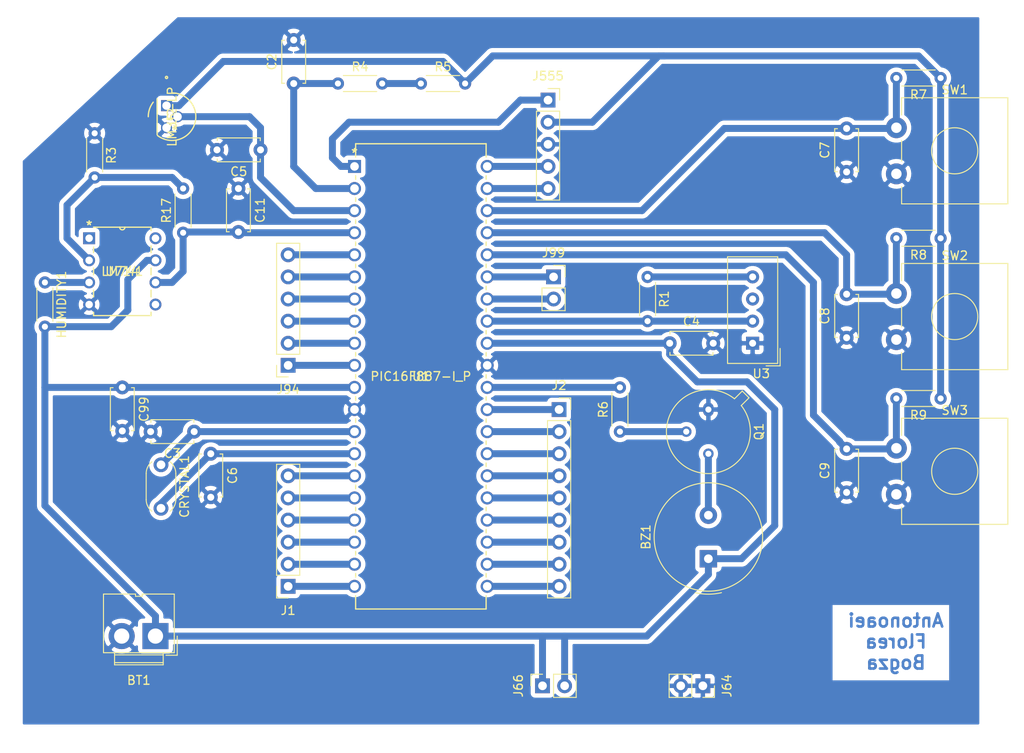
<source format=kicad_pcb>
(kicad_pcb (version 20171130) (host pcbnew "(5.1.0)-1")
  (layers (0 F.Cu signal) (31 B.Cu signal) (34 B.Paste user) (35 F.Paste user) (36 B.SilkS user) (37 F.SilkS user) (38 B.Mask user) (39 F.Mask user) (44 Edge.Cuts user))
  (net 0 "")
  (net 1 +5V)
  (net 2 "Net-(BZ1-Pad2)")
  (net 3 "Net-(C2-Pad1)")
  (net 4 GND)
  (net 5 "Net-(C3-Pad1)")
  (net 6 "Net-(C5-Pad1)")
  (net 7 "Net-(C6-Pad1)")
  (net 8 "Net-(C7-Pad2)")
  (net 9 "Net-(C8-Pad2)")
  (net 10 "Net-(C9-Pad2)")
  (net 11 "Net-(J94-Pad1)")
  (net 12 "Net-(J94-Pad2)")
  (net 13 "Net-(J94-Pad3)")
  (net 14 "Net-(J94-Pad4)")
  (net 15 "Net-(J94-Pad5)")
  (net 16 "Net-(J94-Pad6)")
  (net 17 "Net-(J99-Pad1)")
  (net 18 "Net-(J99-Pad2)")
  (net 19 "Net-(J555-Pad5)")
  (net 20 "Net-(J555-Pad4)")
  (net 21 "Net-(J555-Pad1)")
  (net 22 "Net-(Q1-Pad2)")
  (net 23 "Net-(R1-Pad2)")
  (net 24 "Net-(R4-Pad2)")
  (net 25 "Net-(R6-Pad2)")
  (net 26 "Net-(U3-Pad3)")
  (net 27 "Net-(U714-Pad1)")
  (net 28 "Net-(U714-Pad5)")
  (net 29 "Net-(U714-Pad8)")
  (net 30 "Net-(J1-Pad6)")
  (net 31 "Net-(J1-Pad5)")
  (net 32 "Net-(J1-Pad4)")
  (net 33 "Net-(J1-Pad3)")
  (net 34 "Net-(J1-Pad2)")
  (net 35 "Net-(J1-Pad1)")
  (net 36 "Net-(J2-Pad9)")
  (net 37 "Net-(J2-Pad8)")
  (net 38 "Net-(J2-Pad7)")
  (net 39 "Net-(J2-Pad6)")
  (net 40 "Net-(J2-Pad5)")
  (net 41 "Net-(J2-Pad4)")
  (net 42 "Net-(J2-Pad3)")
  (net 43 "Net-(J2-Pad2)")
  (net 44 "Net-(J2-Pad1)")
  (net 45 "Net-(C11-Pad2)")
  (net 46 "Net-(HUMIDITY1-Pad1)")
  (net 47 "Net-(R17-Pad2)")
  (module Resistor_THT:R_Axial_DIN0204_L3.6mm_D1.6mm_P5.08mm_Horizontal (layer F.Cu) (at 135.255 68.58)
    (fp_text reference R4 (at 2.54 -1.92) (layer F.SilkS))
    (fp_text value 10k)
    (pad 2 thru_hole oval (at 5.08 0) (size 1.4 1.4) (drill 0.7) (layers *.Cu *.Mask) (net 24 "Net-(R4-Pad2)"))
    (pad 1 thru_hole circle (at 0 0) (size 1.4 1.4) (drill 0.7) (layers *.Cu *.Mask) (net 3 "Net-(C2-Pad1)"))
  )
  (module Capacitor_THT:C_Disc_D4.7mm_W2.5mm_P5.00mm (layer F.Cu) (at 173.355 98.425)
    (fp_text reference C4 (at 2.5 -2.5) (layer F.SilkS))
    (fp_text value 100nF)
    (pad 2 thru_hole circle (at 5 0) (size 1.6 1.6) (drill 0.8) (layers *.Cu *.Mask) (net 4 GND))
    (pad 1 thru_hole circle (at 0 0) (size 1.6 1.6) (drill 0.8) (layers *.Cu *.Mask) (net 1 +5V))
  )
  (module Connector_PinSocket_2.54mm:PinSocket_1x05_P2.54mm_Vertical (layer F.Cu) (at 159.385 70.485)
    (fp_text reference J555 (at 0 -2.77) (layer F.SilkS))
    (fp_text value Conn_01x05_Female)
    (pad 5 thru_hole oval (at 0 10.16) (size 1.7 1.7) (drill 1) (layers *.Cu *.Mask) (net 19 "Net-(J555-Pad5)"))
    (pad 4 thru_hole oval (at 0 7.62) (size 1.7 1.7) (drill 1) (layers *.Cu *.Mask) (net 20 "Net-(J555-Pad4)"))
    (pad 3 thru_hole oval (at 0 5.08) (size 1.7 1.7) (drill 1) (layers *.Cu *.Mask) (net 4 GND))
    (pad 2 thru_hole oval (at 0 2.54) (size 1.7 1.7) (drill 1) (layers *.Cu *.Mask) (net 1 +5V))
    (pad 1 thru_hole rect (at 0 0) (size 1.7 1.7) (drill 1) (layers *.Cu *.Mask) (net 21 "Net-(J555-Pad1)"))
  )
  (module Connector_PinSocket_2.54mm:PinSocket_1x02_P2.54mm_Vertical (layer F.Cu) (at 177.165 137.795 270)
    (fp_text reference J64 (at 0 -2.77 270) (layer F.SilkS))
    (fp_text value Connector_PinSocket hide)
    (pad 2 thru_hole oval (at 0 2.54 270) (size 1.7 1.7) (drill 1) (layers *.Cu *.Mask) (net 4 GND))
    (pad 1 thru_hole rect (at 0 0 270) (size 1.7 1.7) (drill 1) (layers *.Cu *.Mask) (net 4 GND))
  )
  (module Crystal:Resonator-2Pin_W6.0mm_H3.0mm (layer F.Cu) (at 114.935 112.395 270)
    (fp_text reference CRYSTAL1 (at 2.5 -2.7 270) (layer F.SilkS))
    (fp_text value 8MHZ)
    (pad 2 thru_hole circle (at 5 0 270) (size 1.7 1.7) (drill 1) (layers *.Cu *.Mask) (net 7 "Net-(C6-Pad1)"))
    (pad 1 thru_hole circle (at 0 0 270) (size 1.7 1.7) (drill 1) (layers *.Cu *.Mask) (net 5 "Net-(C3-Pad1)"))
  )
  (module Connector_PinSocket_2.54mm:PinSocket_1x06_P2.54mm_Vertical (layer F.Cu) (at 129.54 126.365 180)
    (fp_text reference J1 (at 0 -2.77 180) (layer F.SilkS))
    (fp_text value Conn_01x06_Female)
    (pad 6 thru_hole oval (at 0 12.7 180) (size 1.7 1.7) (drill 1) (layers *.Cu *.Mask) (net 30 "Net-(J1-Pad6)"))
    (pad 5 thru_hole oval (at 0 10.16 180) (size 1.7 1.7) (drill 1) (layers *.Cu *.Mask) (net 31 "Net-(J1-Pad5)"))
    (pad 4 thru_hole oval (at 0 7.62 180) (size 1.7 1.7) (drill 1) (layers *.Cu *.Mask) (net 32 "Net-(J1-Pad4)"))
    (pad 3 thru_hole oval (at 0 5.08 180) (size 1.7 1.7) (drill 1) (layers *.Cu *.Mask) (net 33 "Net-(J1-Pad3)"))
    (pad 2 thru_hole oval (at 0 2.54 180) (size 1.7 1.7) (drill 1) (layers *.Cu *.Mask) (net 34 "Net-(J1-Pad2)"))
    (pad 1 thru_hole rect (at 0 0 180) (size 1.7 1.7) (drill 1) (layers *.Cu *.Mask) (net 35 "Net-(J1-Pad1)"))
  )
  (module Connector:JWT_A3963_1x02_P3.96mm_Vertical (layer F.Cu) (at 114.3 132.08 180)
    (fp_text reference BT1 (at 1.91 -5.08 180) (layer F.SilkS))
    (fp_text value Alimentare)
    (pad 2 thru_hole circle (at 3.88 0 180) (size 3 3) (drill 1.75) (layers *.Cu *.Mask) (net 4 GND))
    (pad 1 thru_hole rect (at 0 0 180) (size 3 3) (drill 1.75) (layers *.Cu *.Mask) (net 1 +5V))
  )
  (module Connector_PinSocket_2.54mm:PinSocket_1x06_P2.54mm_Vertical (layer F.Cu) (at 129.54 100.965 180)
    (fp_text reference J94 (at 0 -2.77 180) (layer F.SilkS))
    (fp_text value Conn_01x06_Female)
    (pad 6 thru_hole oval (at 0 12.7 180) (size 1.7 1.7) (drill 1) (layers *.Cu *.Mask) (net 16 "Net-(J94-Pad6)"))
    (pad 5 thru_hole oval (at 0 10.16 180) (size 1.7 1.7) (drill 1) (layers *.Cu *.Mask) (net 15 "Net-(J94-Pad5)"))
    (pad 4 thru_hole oval (at 0 7.62 180) (size 1.7 1.7) (drill 1) (layers *.Cu *.Mask) (net 14 "Net-(J94-Pad4)"))
    (pad 3 thru_hole oval (at 0 5.08 180) (size 1.7 1.7) (drill 1) (layers *.Cu *.Mask) (net 13 "Net-(J94-Pad3)"))
    (pad 2 thru_hole oval (at 0 2.54 180) (size 1.7 1.7) (drill 1) (layers *.Cu *.Mask) (net 12 "Net-(J94-Pad2)"))
    (pad 1 thru_hole rect (at 0 0 180) (size 1.7 1.7) (drill 1) (layers *.Cu *.Mask) (net 11 "Net-(J94-Pad1)"))
  )
  (module Connector_PinSocket_2.54mm:PinSocket_1x02_P2.54mm_Vertical (layer F.Cu) (at 160.02 90.805)
    (fp_text reference J99 (at 0 -2.77) (layer F.SilkS))
    (fp_text value Conn_01x02_Female)
    (pad 2 thru_hole oval (at 0 2.54) (size 1.7 1.7) (drill 1) (layers *.Cu *.Mask) (net 18 "Net-(J99-Pad2)"))
    (pad 1 thru_hole rect (at 0 0) (size 1.7 1.7) (drill 1) (layers *.Cu *.Mask) (net 17 "Net-(J99-Pad1)"))
  )
  (module Connector_PinSocket_2.54mm:PinSocket_1x02_P2.54mm_Vertical (layer F.Cu) (at 158.75 137.795 90)
    (fp_text reference J66 (at 0 -2.77 90) (layer F.SilkS))
    (fp_text value Conn_01x02_Female)
    (pad 2 thru_hole oval (at 0 2.54 90) (size 1.7 1.7) (drill 1) (layers *.Cu *.Mask) (net 1 +5V))
    (pad 1 thru_hole rect (at 0 0 90) (size 1.7 1.7) (drill 1) (layers *.Cu *.Mask) (net 1 +5V))
  )
  (module Capacitor_THT:C_Disc_D4.7mm_W2.5mm_P5.00mm (layer F.Cu) (at 110.49 103.505 270)
    (fp_text reference C99 (at 2.5 -2.5 270) (layer F.SilkS))
    (fp_text value 100nF)
    (pad 2 thru_hole circle (at 5 0 270) (size 1.6 1.6) (drill 0.8) (layers *.Cu *.Mask) (net 4 GND))
    (pad 1 thru_hole circle (at 0 0 270) (size 1.6 1.6) (drill 0.8) (layers *.Cu *.Mask) (net 1 +5V))
  )
  (module Connector_PinSocket_2.54mm:PinSocket_1x09_P2.54mm_Vertical (layer F.Cu) (at 160.655 106.045)
    (fp_text reference J2 (at 0 -2.77) (layer F.SilkS))
    (fp_text value Conn_01x09_Female)
    (pad 9 thru_hole oval (at 0 20.32) (size 1.7 1.7) (drill 1) (layers *.Cu *.Mask) (net 36 "Net-(J2-Pad9)"))
    (pad 8 thru_hole oval (at 0 17.78) (size 1.7 1.7) (drill 1) (layers *.Cu *.Mask) (net 37 "Net-(J2-Pad8)"))
    (pad 7 thru_hole oval (at 0 15.24) (size 1.7 1.7) (drill 1) (layers *.Cu *.Mask) (net 38 "Net-(J2-Pad7)"))
    (pad 6 thru_hole oval (at 0 12.7) (size 1.7 1.7) (drill 1) (layers *.Cu *.Mask) (net 39 "Net-(J2-Pad6)"))
    (pad 5 thru_hole oval (at 0 10.16) (size 1.7 1.7) (drill 1) (layers *.Cu *.Mask) (net 40 "Net-(J2-Pad5)"))
    (pad 4 thru_hole oval (at 0 7.62) (size 1.7 1.7) (drill 1) (layers *.Cu *.Mask) (net 41 "Net-(J2-Pad4)"))
    (pad 3 thru_hole oval (at 0 5.08) (size 1.7 1.7) (drill 1) (layers *.Cu *.Mask) (net 42 "Net-(J2-Pad3)"))
    (pad 2 thru_hole oval (at 0 2.54) (size 1.7 1.7) (drill 1) (layers *.Cu *.Mask) (net 43 "Net-(J2-Pad2)"))
    (pad 1 thru_hole rect (at 0 0) (size 1.7 1.7) (drill 1) (layers *.Cu *.Mask) (net 44 "Net-(J2-Pad1)"))
  )
  (module Sensor:Aosong_DHT11_5.5x12.0_P2.54mm (layer F.Cu) (at 182.88 98.425 180)
    (fp_text reference U3 (at -1 -3.5 180) (layer F.SilkS))
    (fp_text value DHT11)
    (pad 1 thru_hole rect (at 0 0 180) (size 1.5 1.5) (drill 0.8) (layers *.Cu *.Mask) (net 4 GND))
    (pad 2 thru_hole circle (at 0 2.54 180) (size 1.5 1.5) (drill 0.8) (layers *.Cu *.Mask) (net 23 "Net-(R1-Pad2)"))
    (pad 3 thru_hole circle (at 0 5.08 180) (size 1.5 1.5) (drill 0.8) (layers *.Cu *.Mask) (net 26 "Net-(U3-Pad3)"))
    (pad 4 thru_hole circle (at 0 7.62 180) (size 1.5 1.5) (drill 0.8) (layers *.Cu *.Mask) (net 1 +5V))
  )
  (module Buzzer_Beeper:Buzzer_TDK_PS1240P02BT_D12.2mm_H6.5mm (layer F.Cu) (at 177.8 123.19 90)
    (fp_text reference BZ1 (at 2.5 -7.17 90) (layer F.SilkS))
    (fp_text value Buzzer)
    (pad 1 thru_hole rect (at 0 0 90) (size 2 2) (drill 1) (layers *.Cu *.Mask) (net 1 +5V))
    (pad 2 thru_hole circle (at 5 0 90) (size 2 2) (drill 1) (layers *.Cu *.Mask) (net 2 "Net-(BZ1-Pad2)"))
  )
  (module Resistor_THT:R_Axial_DIN0204_L3.6mm_D1.6mm_P5.08mm_Horizontal (layer F.Cu) (at 144.78 68.58)
    (fp_text reference R5 (at 2.54 -1.92) (layer F.SilkS))
    (fp_text value R_PHOTO)
    (pad 2 thru_hole oval (at 5.08 0) (size 1.4 1.4) (drill 0.7) (layers *.Cu *.Mask) (net 1 +5V))
    (pad 1 thru_hole circle (at 0 0) (size 1.4 1.4) (drill 0.7) (layers *.Cu *.Mask) (net 24 "Net-(R4-Pad2)"))
  )
  (module Capacitor_THT:C_Disc_D4.7mm_W2.5mm_P5.00mm (layer F.Cu) (at 123.825 80.645 270)
    (fp_text reference C11 (at 2.5 -2.5 270) (layer F.SilkS))
    (fp_text value 1uF)
    (pad 2 thru_hole circle (at 5 0 270) (size 1.6 1.6) (drill 0.8) (layers *.Cu *.Mask) (net 45 "Net-(C11-Pad2)"))
    (pad 1 thru_hole circle (at 0 0 270) (size 1.6 1.6) (drill 0.8) (layers *.Cu *.Mask) (net 4 GND))
  )
  (module Capacitor_THT:C_Disc_D4.7mm_W2.5mm_P5.00mm (layer F.Cu) (at 193.675 115.57 90)
    (fp_text reference C9 (at 2.5 -2.5 90) (layer F.SilkS))
    (fp_text value 22pF)
    (pad 2 thru_hole circle (at 5 0 90) (size 1.6 1.6) (drill 0.8) (layers *.Cu *.Mask) (net 10 "Net-(C9-Pad2)"))
    (pad 1 thru_hole circle (at 0 0 90) (size 1.6 1.6) (drill 0.8) (layers *.Cu *.Mask) (net 4 GND))
  )
  (module Capacitor_THT:C_Disc_D4.7mm_W2.5mm_P5.00mm (layer F.Cu) (at 193.675 97.79 90)
    (fp_text reference C8 (at 2.5 -2.5 90) (layer F.SilkS))
    (fp_text value 22pF)
    (pad 2 thru_hole circle (at 5 0 90) (size 1.6 1.6) (drill 0.8) (layers *.Cu *.Mask) (net 9 "Net-(C8-Pad2)"))
    (pad 1 thru_hole circle (at 0 0 90) (size 1.6 1.6) (drill 0.8) (layers *.Cu *.Mask) (net 4 GND))
  )
  (module Capacitor_THT:C_Disc_D4.7mm_W2.5mm_P5.00mm (layer F.Cu) (at 120.65 111.125 270)
    (fp_text reference C6 (at 2.5 -2.5 270) (layer F.SilkS))
    (fp_text value 22pF)
    (pad 2 thru_hole circle (at 5 0 270) (size 1.6 1.6) (drill 0.8) (layers *.Cu *.Mask) (net 4 GND))
    (pad 1 thru_hole circle (at 0 0 270) (size 1.6 1.6) (drill 0.8) (layers *.Cu *.Mask) (net 7 "Net-(C6-Pad1)"))
  )
  (module Capacitor_THT:C_Disc_D4.7mm_W2.5mm_P5.00mm (layer F.Cu) (at 126.365 76.2 180)
    (fp_text reference C5 (at 2.5 -2.5 180) (layer F.SilkS))
    (fp_text value 22pF)
    (pad 2 thru_hole circle (at 5 0 180) (size 1.6 1.6) (drill 0.8) (layers *.Cu *.Mask) (net 4 GND))
    (pad 1 thru_hole circle (at 0 0 180) (size 1.6 1.6) (drill 0.8) (layers *.Cu *.Mask) (net 6 "Net-(C5-Pad1)"))
  )
  (module Capacitor_THT:C_Disc_D4.7mm_W2.5mm_P5.00mm (layer F.Cu) (at 118.745 108.585 180)
    (fp_text reference C3 (at 2.5 -2.5 180) (layer F.SilkS))
    (fp_text value 22pF)
    (pad 2 thru_hole circle (at 5 0 180) (size 1.6 1.6) (drill 0.8) (layers *.Cu *.Mask) (net 4 GND))
    (pad 1 thru_hole circle (at 0 0 180) (size 1.6 1.6) (drill 0.8) (layers *.Cu *.Mask) (net 5 "Net-(C3-Pad1)"))
  )
  (module Capacitor_THT:C_Disc_D4.7mm_W2.5mm_P5.00mm (layer F.Cu) (at 130.175 68.58 90)
    (fp_text reference C2 (at 2.5 -2.5 90) (layer F.SilkS))
    (fp_text value 22pF)
    (pad 2 thru_hole circle (at 5 0 90) (size 1.6 1.6) (drill 0.8) (layers *.Cu *.Mask) (net 4 GND))
    (pad 1 thru_hole circle (at 0 0 90) (size 1.6 1.6) (drill 0.8) (layers *.Cu *.Mask) (net 3 "Net-(C2-Pad1)"))
  )
  (module Button_Switch_THT:SW_CW_GPTS203211B (layer F.Cu) (at 199.39 110.49)
    (fp_text reference SW3 (at 6.7 -4.35) (layer F.SilkS))
    (fp_text value SW_Push)
    (pad 2 thru_hole circle (at 0 5.3) (size 2.4 2.4) (drill 1.2) (layers *.Cu *.Mask) (net 4 GND))
    (pad 1 thru_hole circle (at 0 0) (size 2.4 2.4) (drill 1.2) (layers *.Cu *.Mask) (net 10 "Net-(C9-Pad2)"))
  )
  (module Button_Switch_THT:SW_CW_GPTS203211B (layer F.Cu) (at 199.39 92.71)
    (fp_text reference SW2 (at 6.7 -4.35) (layer F.SilkS))
    (fp_text value SW_Push)
    (pad 2 thru_hole circle (at 0 5.3) (size 2.4 2.4) (drill 1.2) (layers *.Cu *.Mask) (net 4 GND))
    (pad 1 thru_hole circle (at 0 0) (size 2.4 2.4) (drill 1.2) (layers *.Cu *.Mask) (net 9 "Net-(C8-Pad2)"))
  )
  (module Button_Switch_THT:SW_CW_GPTS203211B (layer F.Cu) (at 199.39 73.66)
    (fp_text reference SW1 (at 6.7 -4.35) (layer F.SilkS))
    (fp_text value SW_Push)
    (pad 2 thru_hole circle (at 0 5.3) (size 2.4 2.4) (drill 1.2) (layers *.Cu *.Mask) (net 4 GND))
    (pad 1 thru_hole circle (at 0 0) (size 2.4 2.4) (drill 1.2) (layers *.Cu *.Mask) (net 8 "Net-(C7-Pad2)"))
  )
  (module Resistor_THT:R_Axial_DIN0204_L3.6mm_D1.6mm_P5.08mm_Horizontal (layer F.Cu) (at 101.6 91.44 270)
    (fp_text reference HUMIDITY1 (at 2.54 -1.92 270) (layer F.SilkS))
    (fp_text value 10k)
    (pad 2 thru_hole oval (at 5.08 0 270) (size 1.4 1.4) (drill 0.7) (layers *.Cu *.Mask) (net 1 +5V))
    (pad 1 thru_hole circle (at 0 0 270) (size 1.4 1.4) (drill 0.7) (layers *.Cu *.Mask) (net 46 "Net-(HUMIDITY1-Pad1)"))
  )
  (module Resistor_THT:R_Axial_DIN0204_L3.6mm_D1.6mm_P5.08mm_Horizontal (layer F.Cu) (at 117.475 85.725 90)
    (fp_text reference R17 (at 2.54 -1.92 90) (layer F.SilkS))
    (fp_text value 10k)
    (pad 2 thru_hole oval (at 5.08 0 90) (size 1.4 1.4) (drill 0.7) (layers *.Cu *.Mask) (net 47 "Net-(R17-Pad2)"))
    (pad 1 thru_hole circle (at 0 0 90) (size 1.4 1.4) (drill 0.7) (layers *.Cu *.Mask) (net 45 "Net-(C11-Pad2)"))
  )
  (module Resistor_THT:R_Axial_DIN0204_L3.6mm_D1.6mm_P5.08mm_Horizontal (layer F.Cu) (at 204.47 104.775 180)
    (fp_text reference R9 (at 2.54 -1.92 180) (layer F.SilkS))
    (fp_text value 10k)
    (pad 2 thru_hole oval (at 5.08 0 180) (size 1.4 1.4) (drill 0.7) (layers *.Cu *.Mask) (net 10 "Net-(C9-Pad2)"))
    (pad 1 thru_hole circle (at 0 0 180) (size 1.4 1.4) (drill 0.7) (layers *.Cu *.Mask) (net 1 +5V))
  )
  (module Resistor_THT:R_Axial_DIN0204_L3.6mm_D1.6mm_P5.08mm_Horizontal (layer F.Cu) (at 204.47 86.36 180)
    (fp_text reference R8 (at 2.54 -1.92 180) (layer F.SilkS))
    (fp_text value 10k)
    (pad 2 thru_hole oval (at 5.08 0 180) (size 1.4 1.4) (drill 0.7) (layers *.Cu *.Mask) (net 9 "Net-(C8-Pad2)"))
    (pad 1 thru_hole circle (at 0 0 180) (size 1.4 1.4) (drill 0.7) (layers *.Cu *.Mask) (net 1 +5V))
  )
  (module Resistor_THT:R_Axial_DIN0204_L3.6mm_D1.6mm_P5.08mm_Horizontal (layer F.Cu) (at 204.47 67.945 180)
    (fp_text reference R7 (at 2.54 -1.92 180) (layer F.SilkS))
    (fp_text value 10k)
    (pad 2 thru_hole oval (at 5.08 0 180) (size 1.4 1.4) (drill 0.7) (layers *.Cu *.Mask) (net 8 "Net-(C7-Pad2)"))
    (pad 1 thru_hole circle (at 0 0 180) (size 1.4 1.4) (drill 0.7) (layers *.Cu *.Mask) (net 1 +5V))
  )
  (module Resistor_THT:R_Axial_DIN0204_L3.6mm_D1.6mm_P5.08mm_Horizontal (layer F.Cu) (at 167.64 108.585 90)
    (fp_text reference R6 (at 2.54 -1.92 90) (layer F.SilkS))
    (fp_text value 10k)
    (pad 2 thru_hole oval (at 5.08 0 90) (size 1.4 1.4) (drill 0.7) (layers *.Cu *.Mask) (net 25 "Net-(R6-Pad2)"))
    (pad 1 thru_hole circle (at 0 0 90) (size 1.4 1.4) (drill 0.7) (layers *.Cu *.Mask) (net 22 "Net-(Q1-Pad2)"))
  )
  (module Resistor_THT:R_Axial_DIN0204_L3.6mm_D1.6mm_P5.08mm_Horizontal (layer F.Cu) (at 107.315 74.295 270)
    (fp_text reference R3 (at 2.54 -1.92 270) (layer F.SilkS))
    (fp_text value 10K)
    (pad 2 thru_hole oval (at 5.08 0 270) (size 1.4 1.4) (drill 0.7) (layers *.Cu *.Mask) (net 47 "Net-(R17-Pad2)"))
    (pad 1 thru_hole circle (at 0 0 270) (size 1.4 1.4) (drill 0.7) (layers *.Cu *.Mask) (net 4 GND))
  )
  (module Resistor_THT:R_Axial_DIN0204_L3.6mm_D1.6mm_P5.08mm_Horizontal (layer F.Cu) (at 170.815 90.805 270)
    (fp_text reference R1 (at 2.54 -1.92 270) (layer F.SilkS))
    (fp_text value 10k)
    (pad 2 thru_hole oval (at 5.08 0 270) (size 1.4 1.4) (drill 0.7) (layers *.Cu *.Mask) (net 23 "Net-(R1-Pad2)"))
    (pad 1 thru_hole circle (at 0 0 270) (size 1.4 1.4) (drill 0.7) (layers *.Cu *.Mask) (net 1 +5V))
  )
  (module Capacitor_THT:C_Disc_D4.7mm_W2.5mm_P5.00mm (layer F.Cu) (at 193.675 78.74 90)
    (fp_text reference C7 (at 2.5 -2.5 90) (layer F.SilkS))
    (fp_text value 22pF)
    (pad 2 thru_hole circle (at 5 0 90) (size 1.6 1.6) (drill 0.8) (layers *.Cu *.Mask) (net 8 "Net-(C7-Pad2)"))
    (pad 1 thru_hole circle (at 0 0 90) (size 1.6 1.6) (drill 0.8) (layers *.Cu *.Mask) (net 4 GND))
  )
  (module Package_TO_SOT_THT:TO-39-3 (layer F.Cu) (at 177.8 106.045 270)
    (fp_text reference Q1 (at 2.54 -5.82 270) (layer F.SilkS))
    (fp_text value 2N2219)
    (pad 1 thru_hole oval (at 0 0 270) (size 1.6 1.2) (drill 0.7) (layers *.Cu *.Mask) (net 4 GND))
    (pad 2 thru_hole oval (at 2.54 2.54 270) (size 1.2 1.2) (drill 0.7) (layers *.Cu *.Mask) (net 22 "Net-(Q1-Pad2)"))
    (pad 3 thru_hole oval (at 5.08 0 270) (size 1.2 1.2) (drill 0.7) (layers *.Cu *.Mask) (net 2 "Net-(BZ1-Pad2)"))
  )
  (module UA741footprints:UA741CP (layer F.Cu) (at 114.3 93.98)
    (fp_text reference U714 (at -3.81 -3.81) (layer F.SilkS))
    (fp_text value LM741 (at -3.81 -3.81) (layer F.SilkS))
    (fp_text user * (at -7.62 -9.0678) (layer F.SilkS))
    (fp_text user * (at -7.62 -9.0678) (layer F.SilkS))
    (pad 1 thru_hole rect (at -7.62 -7.62) (size 1.3716 1.3716) (drill 0.8636) (layers *.Cu *.Mask) (net 27 "Net-(U714-Pad1)"))
    (pad 2 thru_hole circle (at -7.62 -5.08) (size 1.3716 1.3716) (drill 0.8636) (layers *.Cu *.Mask) (net 47 "Net-(R17-Pad2)"))
    (pad 3 thru_hole circle (at -7.62 -2.54) (size 1.3716 1.3716) (drill 0.8636) (layers *.Cu *.Mask) (net 46 "Net-(HUMIDITY1-Pad1)"))
    (pad 4 thru_hole circle (at -7.62 0) (size 1.3716 1.3716) (drill 0.8636) (layers *.Cu *.Mask) (net 4 GND))
    (pad 5 thru_hole circle (at 0 0) (size 1.3716 1.3716) (drill 0.8636) (layers *.Cu *.Mask) (net 28 "Net-(U714-Pad5)"))
    (pad 6 thru_hole circle (at 0 -2.54) (size 1.3716 1.3716) (drill 0.8636) (layers *.Cu *.Mask) (net 45 "Net-(C11-Pad2)"))
    (pad 7 thru_hole circle (at 0 -5.08) (size 1.3716 1.3716) (drill 0.8636) (layers *.Cu *.Mask) (net 1 +5V))
    (pad 8 thru_hole circle (at 0 -7.62) (size 1.3716 1.3716) (drill 0.8636) (layers *.Cu *.Mask) (net 29 "Net-(U714-Pad8)"))
  )
  (module footprints:PIC16F887-I&slash_P (layer F.Cu) (at 137.16 78.105)
    (fp_text reference U1 (at 7.62 24.13) (layer F.SilkS))
    (fp_text value PIC16F887-I_P (at 7.62 24.13) (layer F.SilkS))
    (fp_text user * (at 0 -1.5113) (layer F.SilkS))
    (fp_text user * (at 0 -1.5113) (layer F.SilkS))
    (pad 1 thru_hole rect (at 0 0) (size 1.4986 1.4986) (drill 0.9906) (layers *.Cu *.Mask) (net 21 "Net-(J555-Pad1)"))
    (pad 2 thru_hole circle (at 0 2.54) (size 1.4986 1.4986) (drill 0.9906) (layers *.Cu *.Mask) (net 3 "Net-(C2-Pad1)"))
    (pad 3 thru_hole circle (at 0 5.08) (size 1.4986 1.4986) (drill 0.9906) (layers *.Cu *.Mask) (net 6 "Net-(C5-Pad1)"))
    (pad 4 thru_hole circle (at 0 7.62) (size 1.4986 1.4986) (drill 0.9906) (layers *.Cu *.Mask) (net 45 "Net-(C11-Pad2)"))
    (pad 5 thru_hole circle (at 0 10.16) (size 1.4986 1.4986) (drill 0.9906) (layers *.Cu *.Mask) (net 16 "Net-(J94-Pad6)"))
    (pad 6 thru_hole circle (at 0 12.7) (size 1.4986 1.4986) (drill 0.9906) (layers *.Cu *.Mask) (net 15 "Net-(J94-Pad5)"))
    (pad 7 thru_hole circle (at 0 15.24) (size 1.4986 1.4986) (drill 0.9906) (layers *.Cu *.Mask) (net 14 "Net-(J94-Pad4)"))
    (pad 8 thru_hole circle (at 0 17.78) (size 1.4986 1.4986) (drill 0.9906) (layers *.Cu *.Mask) (net 13 "Net-(J94-Pad3)"))
    (pad 9 thru_hole circle (at 0 20.32) (size 1.4986 1.4986) (drill 0.9906) (layers *.Cu *.Mask) (net 12 "Net-(J94-Pad2)"))
    (pad 10 thru_hole circle (at 0 22.86) (size 1.4986 1.4986) (drill 0.9906) (layers *.Cu *.Mask) (net 11 "Net-(J94-Pad1)"))
    (pad 11 thru_hole circle (at 0 25.4) (size 1.4986 1.4986) (drill 0.9906) (layers *.Cu *.Mask) (net 1 +5V))
    (pad 12 thru_hole circle (at 0 27.94) (size 1.4986 1.4986) (drill 0.9906) (layers *.Cu *.Mask) (net 4 GND))
    (pad 13 thru_hole circle (at 0 30.48) (size 1.4986 1.4986) (drill 0.9906) (layers *.Cu *.Mask) (net 5 "Net-(C3-Pad1)"))
    (pad 14 thru_hole circle (at 0 33.02) (size 1.4986 1.4986) (drill 0.9906) (layers *.Cu *.Mask) (net 7 "Net-(C6-Pad1)"))
    (pad 15 thru_hole circle (at 0 35.56) (size 1.4986 1.4986) (drill 0.9906) (layers *.Cu *.Mask) (net 30 "Net-(J1-Pad6)"))
    (pad 16 thru_hole circle (at 0 38.1) (size 1.4986 1.4986) (drill 0.9906) (layers *.Cu *.Mask) (net 31 "Net-(J1-Pad5)"))
    (pad 17 thru_hole circle (at 0 40.64) (size 1.4986 1.4986) (drill 0.9906) (layers *.Cu *.Mask) (net 32 "Net-(J1-Pad4)"))
    (pad 18 thru_hole circle (at 0 43.18) (size 1.4986 1.4986) (drill 0.9906) (layers *.Cu *.Mask) (net 33 "Net-(J1-Pad3)"))
    (pad 19 thru_hole circle (at 0 45.72) (size 1.4986 1.4986) (drill 0.9906) (layers *.Cu *.Mask) (net 34 "Net-(J1-Pad2)"))
    (pad 20 thru_hole circle (at 0 48.26) (size 1.4986 1.4986) (drill 0.9906) (layers *.Cu *.Mask) (net 35 "Net-(J1-Pad1)"))
    (pad 21 thru_hole circle (at 15.24 48.26) (size 1.4986 1.4986) (drill 0.9906) (layers *.Cu *.Mask) (net 36 "Net-(J2-Pad9)"))
    (pad 22 thru_hole circle (at 15.24 45.72) (size 1.4986 1.4986) (drill 0.9906) (layers *.Cu *.Mask) (net 37 "Net-(J2-Pad8)"))
    (pad 23 thru_hole circle (at 15.24 43.18) (size 1.4986 1.4986) (drill 0.9906) (layers *.Cu *.Mask) (net 38 "Net-(J2-Pad7)"))
    (pad 24 thru_hole circle (at 15.24 40.64) (size 1.4986 1.4986) (drill 0.9906) (layers *.Cu *.Mask) (net 39 "Net-(J2-Pad6)"))
    (pad 25 thru_hole circle (at 15.24 38.1) (size 1.4986 1.4986) (drill 0.9906) (layers *.Cu *.Mask) (net 40 "Net-(J2-Pad5)"))
    (pad 26 thru_hole circle (at 15.24 35.56) (size 1.4986 1.4986) (drill 0.9906) (layers *.Cu *.Mask) (net 41 "Net-(J2-Pad4)"))
    (pad 27 thru_hole circle (at 15.24 33.02) (size 1.4986 1.4986) (drill 0.9906) (layers *.Cu *.Mask) (net 42 "Net-(J2-Pad3)"))
    (pad 28 thru_hole circle (at 15.24 30.48) (size 1.4986 1.4986) (drill 0.9906) (layers *.Cu *.Mask) (net 43 "Net-(J2-Pad2)"))
    (pad 29 thru_hole circle (at 15.24 27.94) (size 1.4986 1.4986) (drill 0.9906) (layers *.Cu *.Mask) (net 44 "Net-(J2-Pad1)"))
    (pad 30 thru_hole circle (at 15.24 25.4) (size 1.4986 1.4986) (drill 0.9906) (layers *.Cu *.Mask) (net 25 "Net-(R6-Pad2)"))
    (pad 31 thru_hole circle (at 15.24 22.86) (size 1.4986 1.4986) (drill 0.9906) (layers *.Cu *.Mask) (net 4 GND))
    (pad 32 thru_hole circle (at 15.24 20.32) (size 1.4986 1.4986) (drill 0.9906) (layers *.Cu *.Mask) (net 1 +5V))
    (pad 33 thru_hole circle (at 15.24 17.78) (size 1.4986 1.4986) (drill 0.9906) (layers *.Cu *.Mask) (net 23 "Net-(R1-Pad2)"))
    (pad 34 thru_hole circle (at 15.24 15.24) (size 1.4986 1.4986) (drill 0.9906) (layers *.Cu *.Mask) (net 18 "Net-(J99-Pad2)"))
    (pad 35 thru_hole circle (at 15.24 12.7) (size 1.4986 1.4986) (drill 0.9906) (layers *.Cu *.Mask) (net 17 "Net-(J99-Pad1)"))
    (pad 36 thru_hole circle (at 15.24 10.16) (size 1.4986 1.4986) (drill 0.9906) (layers *.Cu *.Mask) (net 10 "Net-(C9-Pad2)"))
    (pad 37 thru_hole circle (at 15.24 7.62) (size 1.4986 1.4986) (drill 0.9906) (layers *.Cu *.Mask) (net 9 "Net-(C8-Pad2)"))
    (pad 38 thru_hole circle (at 15.24 5.08) (size 1.4986 1.4986) (drill 0.9906) (layers *.Cu *.Mask) (net 8 "Net-(C7-Pad2)"))
    (pad 39 thru_hole circle (at 15.24 2.54) (size 1.4986 1.4986) (drill 0.9906) (layers *.Cu *.Mask) (net 19 "Net-(J555-Pad5)"))
    (pad 40 thru_hole circle (at 15.24 0) (size 1.4986 1.4986) (drill 0.9906) (layers *.Cu *.Mask) (net 20 "Net-(J555-Pad4)"))
  )
  (module footprintsLM:LM35DZ (layer F.Cu) (at 116.84 73.66 270)
    (fp_text reference U2 (at -1.27 0.635 270) (layer F.SilkS))
    (fp_text value LM35-LP (at -1.27 0.635 270) (layer F.SilkS))
    (fp_text user * (at 0 0 270) (layer F.SilkS))
    (pad 1 thru_hole rect (at -2.54 1.27 270) (size 1.27 1.27) (drill 0.9652) (layers *.Cu *.Mask) (net 1 +5V))
    (pad 2 thru_hole circle (at -1.27 0 270) (size 1.27 1.27) (drill 0.9652) (layers *.Cu *.Mask) (net 6 "Net-(C5-Pad1)"))
    (pad 3 thru_hole circle (at 0 1.27 270) (size 1.27 1.27) (drill 0.9652) (layers *.Cu *.Mask) (net 4 GND))
  )
  (gr_text "Antonoaei \nFlorea \nBogza " (at 198.755 132.715) (layer B.Cu) (effects (font (size 1.5 1.5) (thickness 0.3)) (justify mirror)))
  (segment (start 170.815 90.805) (end 182.88 90.805) (width 0.8) (layer B.Cu) (net 1))
  (segment (start 152.4 98.425) (end 173.355 98.425) (width 0.8) (layer B.Cu) (net 1))
  (segment (start 173.355 98.425) (end 173.355 99.695) (width 0.8) (layer B.Cu) (net 1))
  (segment (start 173.355 99.695) (end 176.53 102.87) (width 0.8) (layer B.Cu) (net 1))
  (segment (start 176.53 102.87) (end 182.245 102.87) (width 0.8) (layer B.Cu) (net 1))
  (segment (start 182.245 102.87) (end 185.42 106.045) (width 0.8) (layer B.Cu) (net 1))
  (segment (start 185.42 106.045) (end 185.42 119.38) (width 0.8) (layer B.Cu) (net 1))
  (segment (start 181.61 123.19) (end 177.8 123.19) (width 0.8) (layer B.Cu) (net 1))
  (segment (start 185.42 119.38) (end 181.61 123.19) (width 0.8) (layer B.Cu) (net 1))
  (segment (start 137.16 103.505) (end 110.49 103.505) (width 0.8) (layer B.Cu) (net 1))
  (segment (start 113.330133 88.9) (end 111.125 91.105133) (width 0.8) (layer B.Cu) (net 1))
  (segment (start 114.3 88.9) (end 113.330133 88.9) (width 0.8) (layer B.Cu) (net 1))
  (segment (start 111.125 91.105133) (end 111.125 94.615) (width 0.8) (layer B.Cu) (net 1))
  (segment (start 109.22 96.52) (end 101.6 96.52) (width 0.8) (layer B.Cu) (net 1))
  (segment (start 111.125 94.615) (end 109.22 96.52) (width 0.8) (layer B.Cu) (net 1))
  (segment (start 114.935 132.715) (end 114.3 132.08) (width 0.8) (layer B.Cu) (net 1))
  (segment (start 110.49 103.505) (end 101.6 103.505) (width 0.8) (layer B.Cu) (net 1))
  (segment (start 101.6 96.52) (end 101.6 103.505) (width 0.8) (layer B.Cu) (net 1))
  (segment (start 177.8 124.99) (end 177.8 123.19) (width 0.8) (layer B.Cu) (net 1))
  (segment (start 170.71 132.08) (end 177.8 124.99) (width 0.8) (layer B.Cu) (net 1))
  (segment (start 101.6 117.08) (end 101.6 103.505) (width 0.8) (layer B.Cu) (net 1))
  (segment (start 114.3 129.78) (end 101.6 117.08) (width 0.8) (layer B.Cu) (net 1))
  (segment (start 114.3 132.08) (end 114.3 129.78) (width 0.8) (layer B.Cu) (net 1))
  (segment (start 161.29 137.795) (end 161.29 132.08) (width 0.8) (layer B.Cu) (net 1))
  (segment (start 161.29 132.08) (end 170.71 132.08) (width 0.8) (layer B.Cu) (net 1))
  (segment (start 114.3 132.08) (end 158.115 132.08) (width 0.8) (layer B.Cu) (net 1))
  (segment (start 204.47 104.775) (end 204.47 86.36) (width 0.8) (layer B.Cu) (net 1))
  (segment (start 204.47 67.945) (end 204.47 86.36) (width 0.8) (layer B.Cu) (net 1))
  (segment (start 164.465 73.025) (end 159.385 73.025) (width 0.8) (layer B.Cu) (net 1))
  (segment (start 204.47 67.945) (end 201.93 65.405) (width 0.8) (layer B.Cu) (net 1))
  (segment (start 172.085 65.405) (end 171.7675 65.7225) (width 0.8) (layer B.Cu) (net 1))
  (segment (start 171.7675 65.7225) (end 164.465 73.025) (width 0.8) (layer B.Cu) (net 1))
  (segment (start 158.75 137.795) (end 158.75 132.08) (width 0.8) (layer B.Cu) (net 1))
  (segment (start 158.115 132.08) (end 158.75 132.08) (width 0.8) (layer B.Cu) (net 1))
  (segment (start 158.75 132.08) (end 161.29 132.08) (width 0.8) (layer B.Cu) (net 1))
  (segment (start 153.035 65.405) (end 172.72 65.405) (width 0.8) (layer B.Cu) (net 1))
  (segment (start 149.86 68.58) (end 153.035 65.405) (width 0.8) (layer B.Cu) (net 1))
  (segment (start 201.93 65.405) (end 172.72 65.405) (width 0.8) (layer B.Cu) (net 1))
  (segment (start 172.72 65.405) (end 172.085 65.405) (width 0.8) (layer B.Cu) (net 1))
  (segment (start 117.005 71.12) (end 122.085 66.04) (width 0.8) (layer B.Cu) (net 1))
  (segment (start 115.57 71.12) (end 117.005 71.12) (width 0.8) (layer B.Cu) (net 1))
  (segment (start 147.32 66.04) (end 149.86 68.58) (width 0.8) (layer B.Cu) (net 1))
  (segment (start 122.085 66.04) (end 147.32 66.04) (width 0.8) (layer B.Cu) (net 1))
  (segment (start 177.8 111.125) (end 177.8 118.19) (width 0.8) (layer B.Cu) (net 2))
  (segment (start 130.175 68.58) (end 130.175 78.105) (width 0.8) (layer B.Cu) (net 3))
  (segment (start 132.715 80.645) (end 137.16 80.645) (width 0.8) (layer B.Cu) (net 3))
  (segment (start 130.175 78.105) (end 132.715 80.645) (width 0.8) (layer B.Cu) (net 3))
  (segment (start 130.175 68.58) (end 135.255 68.58) (width 0.8) (layer B.Cu) (net 3))
  (segment (start 114.935 112.395) (end 118.745 108.585) (width 0.8) (layer B.Cu) (net 5))
  (segment (start 118.745 108.585) (end 137.16 108.585) (width 0.8) (layer B.Cu) (net 5))
  (segment (start 137.16 83.185) (end 130.175 83.185) (width 0.8) (layer B.Cu) (net 6))
  (segment (start 130.175 83.185) (end 126.365 79.375) (width 0.8) (layer B.Cu) (net 6))
  (segment (start 126.365 79.375) (end 126.365 76.2) (width 0.8) (layer B.Cu) (net 6))
  (segment (start 126.365 73.66) (end 126.365 76.2) (width 0.8) (layer B.Cu) (net 6))
  (segment (start 116.84 72.39) (end 125.095 72.39) (width 0.8) (layer B.Cu) (net 6))
  (segment (start 125.095 72.39) (end 126.365 73.66) (width 0.8) (layer B.Cu) (net 6))
  (segment (start 120.65 111.125) (end 137.16 111.125) (width 0.8) (layer B.Cu) (net 7))
  (segment (start 114.935 116.84) (end 114.935 117.395) (width 0.8) (layer B.Cu) (net 7))
  (segment (start 120.65 111.125) (end 114.935 116.84) (width 0.8) (layer B.Cu) (net 7))
  (segment (start 199.31 73.74) (end 199.39 73.66) (width 0.8) (layer B.Cu) (net 8))
  (segment (start 193.675 73.74) (end 199.31 73.74) (width 0.8) (layer B.Cu) (net 8))
  (segment (start 199.39 67.945) (end 199.39 73.66) (width 0.8) (layer B.Cu) (net 8))
  (segment (start 193.675 73.74) (end 179.625 73.74) (width 0.8) (layer B.Cu) (net 8))
  (segment (start 170.18 83.185) (end 152.4 83.185) (width 0.8) (layer B.Cu) (net 8))
  (segment (start 179.625 73.74) (end 170.18 83.185) (width 0.8) (layer B.Cu) (net 8))
  (segment (start 199.39 86.36) (end 199.39 92.71) (width 0.8) (layer B.Cu) (net 9))
  (segment (start 199.31 92.79) (end 199.39 92.71) (width 0.8) (layer B.Cu) (net 9))
  (segment (start 193.675 92.79) (end 199.31 92.79) (width 0.8) (layer B.Cu) (net 9))
  (segment (start 193.675 92.79) (end 193.675 88.265) (width 0.8) (layer B.Cu) (net 9))
  (segment (start 193.675 88.265) (end 191.135 85.725) (width 0.8) (layer B.Cu) (net 9))
  (segment (start 191.135 85.725) (end 152.4 85.725) (width 0.8) (layer B.Cu) (net 9))
  (segment (start 199.39 104.775) (end 199.39 110.49) (width 0.8) (layer B.Cu) (net 10))
  (segment (start 199.31 110.57) (end 199.39 110.49) (width 0.8) (layer B.Cu) (net 10))
  (segment (start 193.675 110.57) (end 199.31 110.57) (width 0.8) (layer B.Cu) (net 10))
  (segment (start 152.4 88.265) (end 186.69 88.265) (width 0.8) (layer B.Cu) (net 10))
  (segment (start 186.69 88.265) (end 189.865 91.44) (width 0.8) (layer B.Cu) (net 10))
  (segment (start 192.875001 109.770001) (end 192.875001 109.690001) (width 0.8) (layer B.Cu) (net 10))
  (segment (start 193.675 110.57) (end 192.875001 109.770001) (width 0.8) (layer B.Cu) (net 10))
  (segment (start 189.865 106.68) (end 189.865 91.44) (width 0.8) (layer B.Cu) (net 10))
  (segment (start 192.875001 109.690001) (end 189.865 106.68) (width 0.8) (layer B.Cu) (net 10))
  (segment (start 129.54 100.965) (end 137.16 100.965) (width 0.8) (layer B.Cu) (net 11))
  (segment (start 129.54 98.425) (end 137.16 98.425) (width 0.8) (layer B.Cu) (net 12))
  (segment (start 129.54 95.885) (end 137.16 95.885) (width 0.8) (layer B.Cu) (net 13))
  (segment (start 129.54 93.345) (end 137.16 93.345) (width 0.8) (layer B.Cu) (net 14))
  (segment (start 129.54 90.805) (end 137.16 90.805) (width 0.8) (layer B.Cu) (net 15))
  (segment (start 129.54 88.265) (end 137.16 88.265) (width 0.8) (layer B.Cu) (net 16))
  (segment (start 160.02 90.805) (end 152.4 90.805) (width 0.8) (layer B.Cu) (net 17))
  (segment (start 160.02 93.345) (end 152.4 93.345) (width 0.8) (layer B.Cu) (net 18))
  (segment (start 159.385 80.645) (end 152.4 80.645) (width 0.8) (layer B.Cu) (net 19))
  (segment (start 159.385 78.105) (end 152.4 78.105) (width 0.8) (layer B.Cu) (net 20))
  (segment (start 135.6107 78.105) (end 134.62 77.1143) (width 0.8) (layer B.Cu) (net 21))
  (segment (start 137.16 78.105) (end 135.6107 78.105) (width 0.8) (layer B.Cu) (net 21))
  (segment (start 134.62 77.1143) (end 134.62 74.93) (width 0.8) (layer B.Cu) (net 21))
  (segment (start 134.62 74.93) (end 136.525 73.025) (width 0.8) (layer B.Cu) (net 21))
  (segment (start 136.525 73.025) (end 153.67 73.025) (width 0.8) (layer B.Cu) (net 21))
  (segment (start 156.21 70.485) (end 159.385 70.485) (width 0.8) (layer B.Cu) (net 21))
  (segment (start 153.67 73.025) (end 156.21 70.485) (width 0.8) (layer B.Cu) (net 21))
  (segment (start 167.64 108.585) (end 175.26 108.585) (width 0.8) (layer B.Cu) (net 22))
  (segment (start 152.4 95.885) (end 170.815 95.885) (width 0.8) (layer B.Cu) (net 23))
  (segment (start 170.815 95.885) (end 182.88 95.885) (width 0.8) (layer B.Cu) (net 23))
  (segment (start 140.335 68.58) (end 144.78 68.58) (width 0.8) (layer B.Cu) (net 24))
  (segment (start 167.64 103.505) (end 152.4 103.505) (width 0.8) (layer B.Cu) (net 25))
  (segment (start 129.54 113.665) (end 137.16 113.665) (width 0.8) (layer B.Cu) (net 30))
  (segment (start 129.54 116.205) (end 137.16 116.205) (width 0.8) (layer B.Cu) (net 31))
  (segment (start 129.54 118.745) (end 137.16 118.745) (width 0.8) (layer B.Cu) (net 32))
  (segment (start 129.54 121.285) (end 137.16 121.285) (width 0.8) (layer B.Cu) (net 33))
  (segment (start 129.54 123.825) (end 137.16 123.825) (width 0.8) (layer B.Cu) (net 34))
  (segment (start 129.54 126.365) (end 137.16 126.365) (width 0.8) (layer B.Cu) (net 35))
  (segment (start 159.452919 126.365) (end 152.4 126.365) (width 0.8) (layer B.Cu) (net 36))
  (segment (start 160.655 126.365) (end 159.452919 126.365) (width 0.8) (layer B.Cu) (net 36))
  (segment (start 160.655 123.825) (end 152.4 123.825) (width 0.8) (layer B.Cu) (net 37))
  (segment (start 160.655 121.285) (end 152.4 121.285) (width 0.8) (layer B.Cu) (net 38))
  (segment (start 160.655 118.745) (end 152.4 118.745) (width 0.8) (layer B.Cu) (net 39))
  (segment (start 160.655 116.205) (end 152.4 116.205) (width 0.8) (layer B.Cu) (net 40))
  (segment (start 160.655 113.665) (end 152.4 113.665) (width 0.8) (layer B.Cu) (net 41))
  (segment (start 160.655 111.125) (end 152.4 111.125) (width 0.8) (layer B.Cu) (net 42))
  (segment (start 160.655 108.585) (end 152.4 108.585) (width 0.8) (layer B.Cu) (net 43))
  (segment (start 160.655 106.045) (end 152.4 106.045) (width 0.8) (layer B.Cu) (net 44))
  (segment (start 137.08 85.805) (end 137.16 85.725) (width 0.8) (layer B.Cu) (net 45))
  (segment (start 116.205 91.44) (end 114.3 91.44) (width 0.8) (layer B.Cu) (net 45))
  (segment (start 117.475 85.725) (end 117.475 90.17) (width 0.8) (layer B.Cu) (net 45))
  (segment (start 117.475 90.17) (end 116.205 91.44) (width 0.8) (layer B.Cu) (net 45))
  (segment (start 123.905 85.725) (end 123.825 85.645) (width 0.8) (layer B.Cu) (net 45))
  (segment (start 137.16 85.725) (end 123.905 85.725) (width 0.8) (layer B.Cu) (net 45))
  (segment (start 117.555 85.645) (end 117.475 85.725) (width 0.8) (layer B.Cu) (net 45))
  (segment (start 123.825 85.645) (end 117.555 85.645) (width 0.8) (layer B.Cu) (net 45))
  (segment (start 106.68 91.44) (end 101.6 91.44) (width 0.8) (layer B.Cu) (net 46))
  (segment (start 106.68 88.9) (end 104.14 86.36) (width 0.8) (layer B.Cu) (net 47))
  (segment (start 104.14 82.55) (end 107.315 79.375) (width 0.8) (layer B.Cu) (net 47))
  (segment (start 104.14 86.36) (end 104.14 82.55) (width 0.8) (layer B.Cu) (net 47))
  (segment (start 116.205 79.375) (end 107.315 79.375) (width 0.8) (layer B.Cu) (net 47))
  (segment (start 117.475 80.645) (end 116.205 79.375) (width 0.8) (layer B.Cu) (net 47))
  (zone (net 4) (net_name GND) (layer B.Cu) (connect_pads (clearance 0.508)) (min_thickness 0.254) (fill yes (arc_segments 32) (thermal_gap 0.508) (thermal_bridge_width 0.508))
    (polygon (pts (xy 208.915 60.96) (xy 116.84 60.96) (xy 99.06 77.47) (xy 99.06 139.7) (xy 99.06 142.24) (xy 208.915 142.24)))
  )
)
</source>
